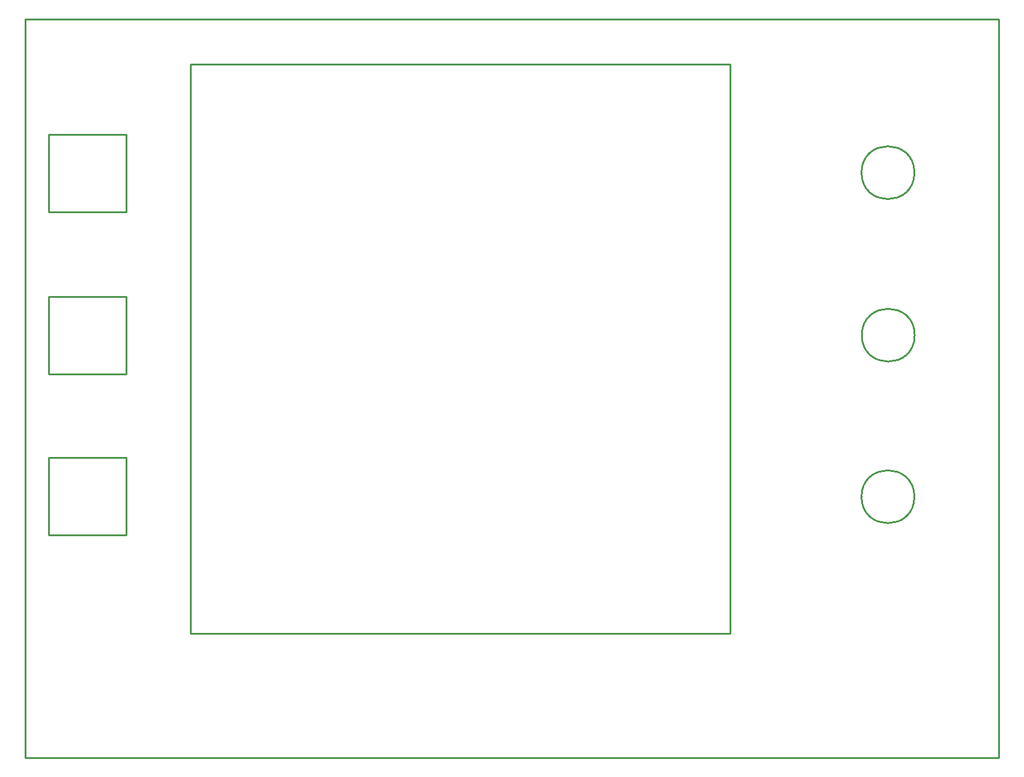
<source format=gko>
G04 Layer: BoardOutlineLayer*
G04 EasyEDA v6.5.29, 2023-07-18 11:22:46*
G04 d896c42b98474c1f997fee1a3b510d80,5a6b42c53f6a479593ecc07194224c93,10*
G04 Gerber Generator version 0.2*
G04 Scale: 100 percent, Rotated: No, Reflected: No *
G04 Dimensions in millimeters *
G04 leading zeros omitted , absolute positions ,4 integer and 5 decimal *
%FSLAX45Y45*%
%MOMM*%

%ADD10C,0.2540*%
D10*
X254000Y11430000D02*
G01*
X13970000Y11430000D01*
X13970000Y1016000D01*
X254000Y1016000D01*
X254000Y11430000D01*
G75*
G01*
X12035206Y9263680D02*
G02*
X12780604Y9263680I372699J0D01*
G75*
G01*
X12780604Y9263680D02*
G02*
X12035206Y9263680I-372699J0D01*
X12035205Y9263679D02*
G01*
X12035205Y9263679D01*
G75*
G01*
X12039600Y6972300D02*
G02*
X12784999Y6972300I372699J0D01*
G75*
G01*
X12784999Y6972300D02*
G02*
X12039600Y6972300I-372700J0D01*
X12039600Y6972300D02*
G01*
X12039600Y6972300D01*
G75*
G01*
X12035208Y4693623D02*
G02*
X12780607Y4693623I372700J0D01*
G75*
G01*
X12780607Y4693623D02*
G02*
X12035208Y4693623I-372699J0D01*
X12035208Y4693622D02*
G01*
X12035208Y4693622D01*
X2581201Y10795000D02*
G01*
X2581201Y2768600D01*
X2581201Y2768600D02*
G01*
X10181201Y2768600D01*
X10181201Y2768600D02*
G01*
X10181201Y10795000D01*
X10181201Y10795000D02*
G01*
X2581201Y10795000D01*
X584200Y9804400D02*
G01*
X584200Y8712200D01*
X584200Y8712200D02*
G01*
X1676400Y8712200D01*
X1676400Y8712200D02*
G01*
X1676400Y9804400D01*
X1676400Y9804400D02*
G01*
X584200Y9804400D01*
X584200Y7518400D02*
G01*
X584200Y6426200D01*
X584200Y6426200D02*
G01*
X1676400Y6426200D01*
X1676400Y6426200D02*
G01*
X1676400Y7518400D01*
X1676400Y7518400D02*
G01*
X584200Y7518400D01*
X584200Y5245100D02*
G01*
X584200Y4152900D01*
X584200Y4152900D02*
G01*
X1676400Y4152900D01*
X1676400Y4152900D02*
G01*
X1676400Y5245100D01*
X1676400Y5245100D02*
G01*
X584200Y5245100D01*

%LPD*%
M02*

</source>
